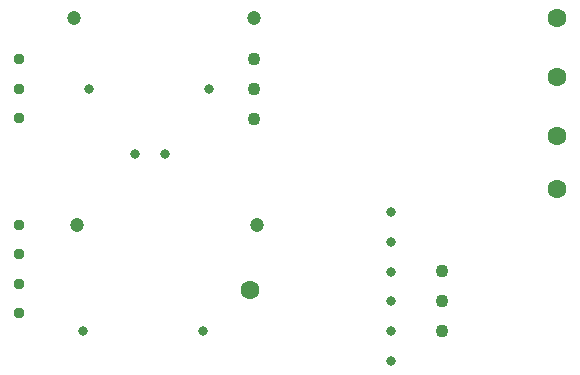
<source format=gbr>
%TF.GenerationSoftware,KiCad,Pcbnew,9.0.2*%
%TF.CreationDate,2025-12-15T13:06:35+07:00*%
%TF.ProjectId,HardwareElday,48617264-7761-4726-9545-6c6461792e6b,rev?*%
%TF.SameCoordinates,Original*%
%TF.FileFunction,Plated,1,2,PTH,Drill*%
%TF.FilePolarity,Positive*%
%FSLAX46Y46*%
G04 Gerber Fmt 4.6, Leading zero omitted, Abs format (unit mm)*
G04 Created by KiCad (PCBNEW 9.0.2) date 2025-12-15 13:06:35*
%MOMM*%
%LPD*%
G01*
G04 APERTURE LIST*
%TA.AperFunction,ComponentDrill*%
%ADD10C,0.800000*%
%TD*%
%TA.AperFunction,ComponentDrill*%
%ADD11C,0.950000*%
%TD*%
%TA.AperFunction,ComponentDrill*%
%ADD12C,1.100000*%
%TD*%
%TA.AperFunction,ComponentDrill*%
%ADD13C,1.200000*%
%TD*%
%TA.AperFunction,ComponentDrill*%
%ADD14C,1.600000*%
%TD*%
G04 APERTURE END LIST*
D10*
%TO.C,R4*%
X81420000Y-127000000D03*
%TO.C,R2*%
X81920000Y-106500000D03*
%TO.C,C1*%
X85817621Y-112000000D03*
X88317621Y-112000000D03*
%TO.C,R4*%
X91580000Y-127000000D03*
%TO.C,R2*%
X92080000Y-106500000D03*
%TO.C,Q3*%
X107500000Y-116960000D03*
X107500000Y-119500000D03*
X107500000Y-122040000D03*
%TO.C,Q4*%
X107500000Y-124500000D03*
X107500000Y-127040000D03*
X107500000Y-129580000D03*
D11*
%TO.C,J3*%
X76000000Y-104000000D03*
X76000000Y-106500000D03*
X76000000Y-109000000D03*
%TO.C,J1*%
X76000000Y-118000000D03*
X76000000Y-120500000D03*
X76000000Y-123000000D03*
X76000000Y-125500000D03*
D12*
%TO.C,Q1*%
X95840000Y-103960000D03*
X95840000Y-106500000D03*
X95840000Y-109040000D03*
%TO.C,Q2*%
X111770000Y-121960000D03*
X111770000Y-124500000D03*
X111770000Y-127040000D03*
D13*
%TO.C,R1*%
X80600000Y-100500000D03*
%TO.C,R3*%
X80880000Y-118000000D03*
%TO.C,R1*%
X95840000Y-100500000D03*
%TO.C,R3*%
X96120000Y-118000000D03*
D14*
%TO.C,TP5*%
X95500000Y-123500000D03*
%TO.C,TP1*%
X121500000Y-100500000D03*
%TO.C,TP4*%
X121500000Y-105500000D03*
%TO.C,TP2*%
X121500000Y-110500000D03*
%TO.C,TP3*%
X121500000Y-115000000D03*
M02*

</source>
